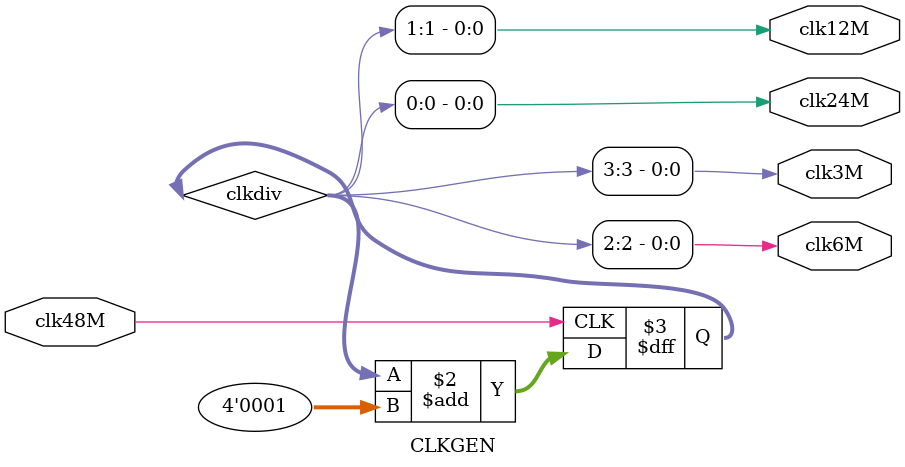
<source format=v>
/********************************************************************
   FPGA Implimentation of "Green Beret" & "Mr.Goemon" (Top Module)
*********************************************************************/
// Copyright (c) 2013,19 MiSTer-X

module FPGA_GreenBeret
(
	input				clk48M,
	input				reset,

	input	  [5:0]	INP0,			// Control Panel
	input	  [5:0]	INP1,
	input	  [2:0]	INP2,

	input   [8:0]  PH,         // PIXEL H
	input   [8:0]  PV,         // PIXEL V
	output         PCLK,       // PIXEL CLOCK (to VGA encoder)
	output [11:0]	POUT, 	   // PIXEL OUT

	output  [7:0]	SND,			// Sound Out


	input				ROMCL,		// Downloaded ROM image
	input  [17:0]  ROMAD,
	input   [7:0]	ROMDT,
	input				ROMEN
);

// Clocks
wire clk24M, clk12M, clk6M, clk3M;
CLKGEN clks( clk48M, clk24M, clk12M, clk6M, clk3M );

wire   VCLKx8 = clk48M;
wire   VCLKx4 = clk24M;
wire   VCLKx2 = clk12M;
wire	   VCLK = clk6M;

wire   CPUCLK = clk3M;
wire    CPUCL = ~clk3M; 


// Main
wire			CPUMX, CPUWR, VIDDV;
wire  [7:0]	CPUWD, VIDRD;
wire [15:0]	CPUAD;

MAIN cpu
(
	CPUCLK, reset,
	PH,PV,
	INP0,INP1,INP2,

	CPUMX, CPUAD,
	CPUWR, CPUWD,
	VIDDV, VIDRD,
	
	ROMCL,ROMAD,ROMDT,ROMEN
);


// Video
VIDEO vid
(
	VCLKx8, VCLKx4, VCLKx2, VCLK,
	PH, PV, 1'b0, 1'b0,
	PCLK, POUT,

	CPUCL,
	CPUMX, CPUAD,
	CPUWR, CPUWD,
	VIDDV, VIDRD,

	ROMCL,ROMAD,ROMDT,ROMEN
);


// Sound
SOUND snd
(
	clk48M, reset,
	SND,

	CPUCL,
	CPUMX, CPUAD,
	CPUWR, CPUWD
);

endmodule


//----------------------------------
//  Clock Generator
//----------------------------------
module CLKGEN
(
	input		clk48M,

	output	clk24M,
	output	clk12M,
	output	clk6M,
	output	clk3M
);
	
reg [3:0] clkdiv;
always @( posedge clk48M ) clkdiv <= clkdiv+4'd1;

assign clk24M = clkdiv[0];
assign clk12M = clkdiv[1];
assign clk6M  = clkdiv[2];
assign clk3M  = clkdiv[3];

endmodule



</source>
